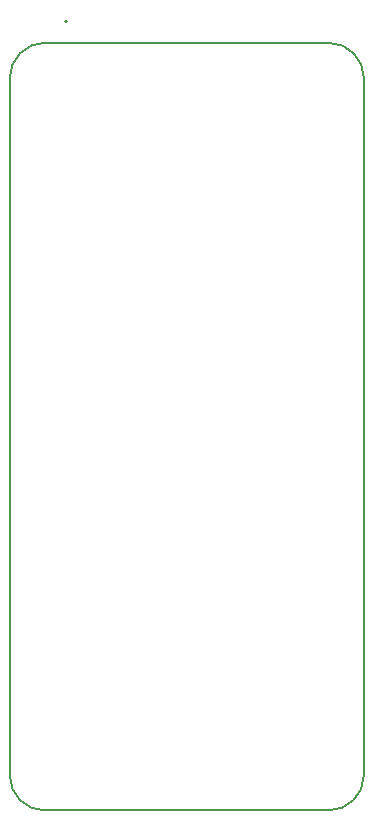
<source format=gbr>
%TF.GenerationSoftware,KiCad,Pcbnew,9.0.4*%
%TF.CreationDate,2025-09-08T14:57:01+09:00*%
%TF.ProjectId,Arm_Main,41726d5f-4d61-4696-9e2e-6b696361645f,rev?*%
%TF.SameCoordinates,Original*%
%TF.FileFunction,Legend,Bot*%
%TF.FilePolarity,Positive*%
%FSLAX46Y46*%
G04 Gerber Fmt 4.6, Leading zero omitted, Abs format (unit mm)*
G04 Created by KiCad (PCBNEW 9.0.4) date 2025-09-08 14:57:01*
%MOMM*%
%LPD*%
G01*
G04 APERTURE LIST*
%ADD10C,0.127000*%
%ADD11C,0.200000*%
G04 APERTURE END LIST*
D10*
%TO.C,U1*%
X142230000Y-112090000D02*
X142230000Y-53090000D01*
X145230000Y-50090000D02*
X169230000Y-50090000D01*
X169230000Y-115090000D02*
X145230000Y-115090000D01*
X172230000Y-53090000D02*
X172230000Y-112090000D01*
X172230000Y-86990000D02*
X172230000Y-95340000D01*
X172230000Y-99590000D02*
X172230000Y-107940000D01*
X142230000Y-53090000D02*
G75*
G02*
X145230000Y-50090000I3000001J-1D01*
G01*
X145230000Y-115090000D02*
G75*
G02*
X142230000Y-112090000I0J3000000D01*
G01*
X169230000Y-50090000D02*
G75*
G02*
X172230000Y-53090000I-1J-3000001D01*
G01*
X172230000Y-112090000D02*
G75*
G02*
X169230000Y-115090000I-3000000J0D01*
G01*
D11*
X147100000Y-48300000D02*
G75*
G02*
X146900000Y-48300000I-100000J0D01*
G01*
X146900000Y-48300000D02*
G75*
G02*
X147100000Y-48300000I100000J0D01*
G01*
%TD*%
M02*

</source>
